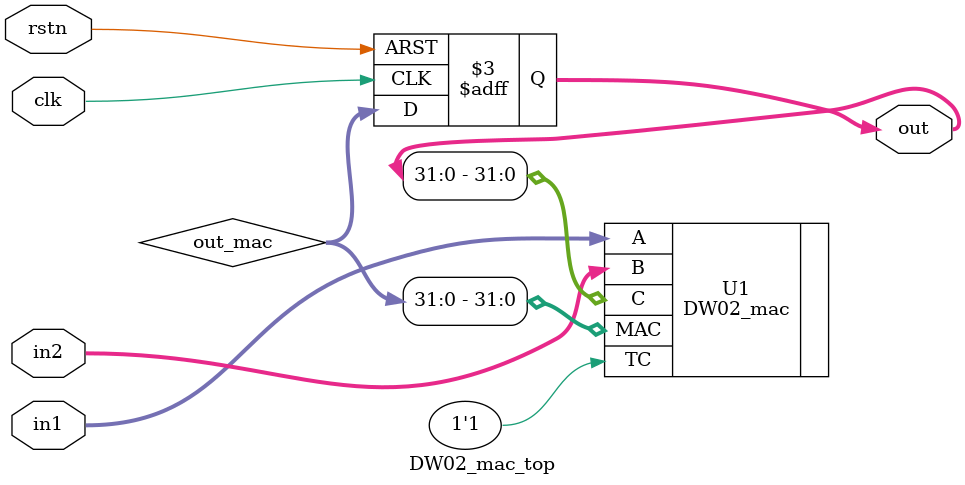
<source format=v>
`timescale 1ns/1ps

module DW02_mac_top (
clk,
rstn,
in1,
in2,
out
);

input clk;
input rstn;
input [15:0] in1;
input [15:0] in2;
output [35:0] out;

wire [35:0] out_mac;
  DW02_mac #(16, 16)
    U1 ( .A(in1), .B(in2), .C(out[31:0]), .TC(1'b1), .MAC(out_mac[31:0]) );

reg [35:0] out;
always @ (posedge clk or negedge rstn) begin
	if (rstn == 1'b0) begin
		out <= 36'b0;
	end else begin
		out <= out_mac;
	end
end

endmodule

</source>
